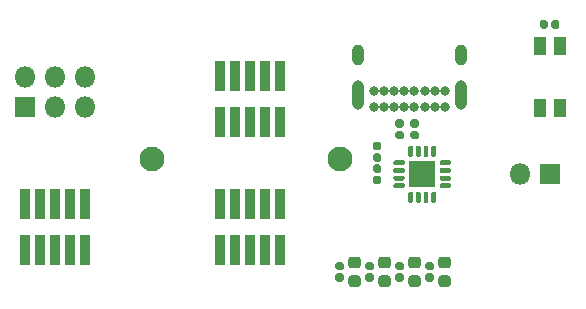
<source format=gbr>
%TF.GenerationSoftware,KiCad,Pcbnew,5.1.6-c6e7f7d~87~ubuntu18.04.1*%
%TF.CreationDate,2020-10-02T11:44:26-04:00*%
%TF.ProjectId,embedded-debug,656d6265-6464-4656-942d-64656275672e,rev?*%
%TF.SameCoordinates,Original*%
%TF.FileFunction,Soldermask,Top*%
%TF.FilePolarity,Negative*%
%FSLAX46Y46*%
G04 Gerber Fmt 4.6, Leading zero omitted, Abs format (unit mm)*
G04 Created by KiCad (PCBNEW 5.1.6-c6e7f7d~87~ubuntu18.04.1) date 2020-10-02 11:44:26*
%MOMM*%
%LPD*%
G01*
G04 APERTURE LIST*
%ADD10C,2.100000*%
%ADD11O,1.800000X1.800000*%
%ADD12R,1.800000X1.800000*%
%ADD13R,1.100000X1.650000*%
%ADD14R,0.840000X2.500000*%
%ADD15R,2.200000X2.200000*%
%ADD16O,1.000000X1.800000*%
%ADD17O,1.000000X2.500000*%
%ADD18C,0.800000*%
G04 APERTURE END LIST*
D10*
%TO.C,H1*%
X147955000Y-75565000D03*
%TD*%
%TO.C,H2*%
X163830000Y-75565000D03*
%TD*%
D11*
%TO.C,J5*%
X142240000Y-68580000D03*
X142240000Y-71120000D03*
X139700000Y-68580000D03*
X139700000Y-71120000D03*
X137160000Y-68580000D03*
D12*
X137160000Y-71120000D03*
%TD*%
D13*
%TO.C,SW1*%
X182460000Y-71205000D03*
X182460000Y-65955000D03*
X180760000Y-65955000D03*
X180760000Y-71205000D03*
%TD*%
%TO.C,R7*%
G36*
G01*
X166172500Y-85230000D02*
X166567500Y-85230000D01*
G75*
G02*
X166740000Y-85402500I0J-172500D01*
G01*
X166740000Y-85747500D01*
G75*
G02*
X166567500Y-85920000I-172500J0D01*
G01*
X166172500Y-85920000D01*
G75*
G02*
X166000000Y-85747500I0J172500D01*
G01*
X166000000Y-85402500D01*
G75*
G02*
X166172500Y-85230000I172500J0D01*
G01*
G37*
G36*
G01*
X166172500Y-84260000D02*
X166567500Y-84260000D01*
G75*
G02*
X166740000Y-84432500I0J-172500D01*
G01*
X166740000Y-84777500D01*
G75*
G02*
X166567500Y-84950000I-172500J0D01*
G01*
X166172500Y-84950000D01*
G75*
G02*
X166000000Y-84777500I0J172500D01*
G01*
X166000000Y-84432500D01*
G75*
G02*
X166172500Y-84260000I172500J0D01*
G01*
G37*
%TD*%
%TO.C,R6*%
G36*
G01*
X163632500Y-85230000D02*
X164027500Y-85230000D01*
G75*
G02*
X164200000Y-85402500I0J-172500D01*
G01*
X164200000Y-85747500D01*
G75*
G02*
X164027500Y-85920000I-172500J0D01*
G01*
X163632500Y-85920000D01*
G75*
G02*
X163460000Y-85747500I0J172500D01*
G01*
X163460000Y-85402500D01*
G75*
G02*
X163632500Y-85230000I172500J0D01*
G01*
G37*
G36*
G01*
X163632500Y-84260000D02*
X164027500Y-84260000D01*
G75*
G02*
X164200000Y-84432500I0J-172500D01*
G01*
X164200000Y-84777500D01*
G75*
G02*
X164027500Y-84950000I-172500J0D01*
G01*
X163632500Y-84950000D01*
G75*
G02*
X163460000Y-84777500I0J172500D01*
G01*
X163460000Y-84432500D01*
G75*
G02*
X163632500Y-84260000I172500J0D01*
G01*
G37*
%TD*%
D14*
%TO.C,J6*%
X142240000Y-79330000D03*
X142240000Y-83230000D03*
X140970000Y-79330000D03*
X140970000Y-83230000D03*
X139700000Y-79330000D03*
X139700000Y-83230000D03*
X138430000Y-79330000D03*
X138430000Y-83230000D03*
X137160000Y-79330000D03*
X137160000Y-83230000D03*
%TD*%
%TO.C,D4*%
G36*
G01*
X167921250Y-84790000D02*
X167358750Y-84790000D01*
G75*
G02*
X167115000Y-84546250I0J243750D01*
G01*
X167115000Y-84058750D01*
G75*
G02*
X167358750Y-83815000I243750J0D01*
G01*
X167921250Y-83815000D01*
G75*
G02*
X168165000Y-84058750I0J-243750D01*
G01*
X168165000Y-84546250D01*
G75*
G02*
X167921250Y-84790000I-243750J0D01*
G01*
G37*
G36*
G01*
X167921250Y-86365000D02*
X167358750Y-86365000D01*
G75*
G02*
X167115000Y-86121250I0J243750D01*
G01*
X167115000Y-85633750D01*
G75*
G02*
X167358750Y-85390000I243750J0D01*
G01*
X167921250Y-85390000D01*
G75*
G02*
X168165000Y-85633750I0J-243750D01*
G01*
X168165000Y-86121250D01*
G75*
G02*
X167921250Y-86365000I-243750J0D01*
G01*
G37*
%TD*%
%TO.C,D3*%
G36*
G01*
X165381250Y-84790000D02*
X164818750Y-84790000D01*
G75*
G02*
X164575000Y-84546250I0J243750D01*
G01*
X164575000Y-84058750D01*
G75*
G02*
X164818750Y-83815000I243750J0D01*
G01*
X165381250Y-83815000D01*
G75*
G02*
X165625000Y-84058750I0J-243750D01*
G01*
X165625000Y-84546250D01*
G75*
G02*
X165381250Y-84790000I-243750J0D01*
G01*
G37*
G36*
G01*
X165381250Y-86365000D02*
X164818750Y-86365000D01*
G75*
G02*
X164575000Y-86121250I0J243750D01*
G01*
X164575000Y-85633750D01*
G75*
G02*
X164818750Y-85390000I243750J0D01*
G01*
X165381250Y-85390000D01*
G75*
G02*
X165625000Y-85633750I0J-243750D01*
G01*
X165625000Y-86121250D01*
G75*
G02*
X165381250Y-86365000I-243750J0D01*
G01*
G37*
%TD*%
D15*
%TO.C,U1*%
X170815000Y-76835000D03*
G36*
G01*
X171990000Y-78410000D02*
X171990000Y-79160000D01*
G75*
G02*
X171890000Y-79260000I-100000J0D01*
G01*
X171690000Y-79260000D01*
G75*
G02*
X171590000Y-79160000I0J100000D01*
G01*
X171590000Y-78410000D01*
G75*
G02*
X171690000Y-78310000I100000J0D01*
G01*
X171890000Y-78310000D01*
G75*
G02*
X171990000Y-78410000I0J-100000D01*
G01*
G37*
G36*
G01*
X171340000Y-78410000D02*
X171340000Y-79160000D01*
G75*
G02*
X171240000Y-79260000I-100000J0D01*
G01*
X171040000Y-79260000D01*
G75*
G02*
X170940000Y-79160000I0J100000D01*
G01*
X170940000Y-78410000D01*
G75*
G02*
X171040000Y-78310000I100000J0D01*
G01*
X171240000Y-78310000D01*
G75*
G02*
X171340000Y-78410000I0J-100000D01*
G01*
G37*
G36*
G01*
X170690000Y-78410000D02*
X170690000Y-79160000D01*
G75*
G02*
X170590000Y-79260000I-100000J0D01*
G01*
X170390000Y-79260000D01*
G75*
G02*
X170290000Y-79160000I0J100000D01*
G01*
X170290000Y-78410000D01*
G75*
G02*
X170390000Y-78310000I100000J0D01*
G01*
X170590000Y-78310000D01*
G75*
G02*
X170690000Y-78410000I0J-100000D01*
G01*
G37*
G36*
G01*
X170040000Y-78410000D02*
X170040000Y-79160000D01*
G75*
G02*
X169940000Y-79260000I-100000J0D01*
G01*
X169740000Y-79260000D01*
G75*
G02*
X169640000Y-79160000I0J100000D01*
G01*
X169640000Y-78410000D01*
G75*
G02*
X169740000Y-78310000I100000J0D01*
G01*
X169940000Y-78310000D01*
G75*
G02*
X170040000Y-78410000I0J-100000D01*
G01*
G37*
G36*
G01*
X169340000Y-77710000D02*
X169340000Y-77910000D01*
G75*
G02*
X169240000Y-78010000I-100000J0D01*
G01*
X168490000Y-78010000D01*
G75*
G02*
X168390000Y-77910000I0J100000D01*
G01*
X168390000Y-77710000D01*
G75*
G02*
X168490000Y-77610000I100000J0D01*
G01*
X169240000Y-77610000D01*
G75*
G02*
X169340000Y-77710000I0J-100000D01*
G01*
G37*
G36*
G01*
X169340000Y-77060000D02*
X169340000Y-77260000D01*
G75*
G02*
X169240000Y-77360000I-100000J0D01*
G01*
X168490000Y-77360000D01*
G75*
G02*
X168390000Y-77260000I0J100000D01*
G01*
X168390000Y-77060000D01*
G75*
G02*
X168490000Y-76960000I100000J0D01*
G01*
X169240000Y-76960000D01*
G75*
G02*
X169340000Y-77060000I0J-100000D01*
G01*
G37*
G36*
G01*
X169340000Y-76410000D02*
X169340000Y-76610000D01*
G75*
G02*
X169240000Y-76710000I-100000J0D01*
G01*
X168490000Y-76710000D01*
G75*
G02*
X168390000Y-76610000I0J100000D01*
G01*
X168390000Y-76410000D01*
G75*
G02*
X168490000Y-76310000I100000J0D01*
G01*
X169240000Y-76310000D01*
G75*
G02*
X169340000Y-76410000I0J-100000D01*
G01*
G37*
G36*
G01*
X169340000Y-75760000D02*
X169340000Y-75960000D01*
G75*
G02*
X169240000Y-76060000I-100000J0D01*
G01*
X168490000Y-76060000D01*
G75*
G02*
X168390000Y-75960000I0J100000D01*
G01*
X168390000Y-75760000D01*
G75*
G02*
X168490000Y-75660000I100000J0D01*
G01*
X169240000Y-75660000D01*
G75*
G02*
X169340000Y-75760000I0J-100000D01*
G01*
G37*
G36*
G01*
X170040000Y-74510000D02*
X170040000Y-75260000D01*
G75*
G02*
X169940000Y-75360000I-100000J0D01*
G01*
X169740000Y-75360000D01*
G75*
G02*
X169640000Y-75260000I0J100000D01*
G01*
X169640000Y-74510000D01*
G75*
G02*
X169740000Y-74410000I100000J0D01*
G01*
X169940000Y-74410000D01*
G75*
G02*
X170040000Y-74510000I0J-100000D01*
G01*
G37*
G36*
G01*
X170690000Y-74510000D02*
X170690000Y-75260000D01*
G75*
G02*
X170590000Y-75360000I-100000J0D01*
G01*
X170390000Y-75360000D01*
G75*
G02*
X170290000Y-75260000I0J100000D01*
G01*
X170290000Y-74510000D01*
G75*
G02*
X170390000Y-74410000I100000J0D01*
G01*
X170590000Y-74410000D01*
G75*
G02*
X170690000Y-74510000I0J-100000D01*
G01*
G37*
G36*
G01*
X171340000Y-74510000D02*
X171340000Y-75260000D01*
G75*
G02*
X171240000Y-75360000I-100000J0D01*
G01*
X171040000Y-75360000D01*
G75*
G02*
X170940000Y-75260000I0J100000D01*
G01*
X170940000Y-74510000D01*
G75*
G02*
X171040000Y-74410000I100000J0D01*
G01*
X171240000Y-74410000D01*
G75*
G02*
X171340000Y-74510000I0J-100000D01*
G01*
G37*
G36*
G01*
X171990000Y-74510000D02*
X171990000Y-75260000D01*
G75*
G02*
X171890000Y-75360000I-100000J0D01*
G01*
X171690000Y-75360000D01*
G75*
G02*
X171590000Y-75260000I0J100000D01*
G01*
X171590000Y-74510000D01*
G75*
G02*
X171690000Y-74410000I100000J0D01*
G01*
X171890000Y-74410000D01*
G75*
G02*
X171990000Y-74510000I0J-100000D01*
G01*
G37*
G36*
G01*
X173240000Y-75760000D02*
X173240000Y-75960000D01*
G75*
G02*
X173140000Y-76060000I-100000J0D01*
G01*
X172390000Y-76060000D01*
G75*
G02*
X172290000Y-75960000I0J100000D01*
G01*
X172290000Y-75760000D01*
G75*
G02*
X172390000Y-75660000I100000J0D01*
G01*
X173140000Y-75660000D01*
G75*
G02*
X173240000Y-75760000I0J-100000D01*
G01*
G37*
G36*
G01*
X173240000Y-76410000D02*
X173240000Y-76610000D01*
G75*
G02*
X173140000Y-76710000I-100000J0D01*
G01*
X172390000Y-76710000D01*
G75*
G02*
X172290000Y-76610000I0J100000D01*
G01*
X172290000Y-76410000D01*
G75*
G02*
X172390000Y-76310000I100000J0D01*
G01*
X173140000Y-76310000D01*
G75*
G02*
X173240000Y-76410000I0J-100000D01*
G01*
G37*
G36*
G01*
X173240000Y-77060000D02*
X173240000Y-77260000D01*
G75*
G02*
X173140000Y-77360000I-100000J0D01*
G01*
X172390000Y-77360000D01*
G75*
G02*
X172290000Y-77260000I0J100000D01*
G01*
X172290000Y-77060000D01*
G75*
G02*
X172390000Y-76960000I100000J0D01*
G01*
X173140000Y-76960000D01*
G75*
G02*
X173240000Y-77060000I0J-100000D01*
G01*
G37*
G36*
G01*
X173240000Y-77710000D02*
X173240000Y-77910000D01*
G75*
G02*
X173140000Y-78010000I-100000J0D01*
G01*
X172390000Y-78010000D01*
G75*
G02*
X172290000Y-77910000I0J100000D01*
G01*
X172290000Y-77710000D01*
G75*
G02*
X172390000Y-77610000I100000J0D01*
G01*
X173140000Y-77610000D01*
G75*
G02*
X173240000Y-77710000I0J-100000D01*
G01*
G37*
%TD*%
%TO.C,R5*%
G36*
G01*
X168712500Y-85230000D02*
X169107500Y-85230000D01*
G75*
G02*
X169280000Y-85402500I0J-172500D01*
G01*
X169280000Y-85747500D01*
G75*
G02*
X169107500Y-85920000I-172500J0D01*
G01*
X168712500Y-85920000D01*
G75*
G02*
X168540000Y-85747500I0J172500D01*
G01*
X168540000Y-85402500D01*
G75*
G02*
X168712500Y-85230000I172500J0D01*
G01*
G37*
G36*
G01*
X168712500Y-84260000D02*
X169107500Y-84260000D01*
G75*
G02*
X169280000Y-84432500I0J-172500D01*
G01*
X169280000Y-84777500D01*
G75*
G02*
X169107500Y-84950000I-172500J0D01*
G01*
X168712500Y-84950000D01*
G75*
G02*
X168540000Y-84777500I0J172500D01*
G01*
X168540000Y-84432500D01*
G75*
G02*
X168712500Y-84260000I172500J0D01*
G01*
G37*
%TD*%
%TO.C,R4*%
G36*
G01*
X171252500Y-85230000D02*
X171647500Y-85230000D01*
G75*
G02*
X171820000Y-85402500I0J-172500D01*
G01*
X171820000Y-85747500D01*
G75*
G02*
X171647500Y-85920000I-172500J0D01*
G01*
X171252500Y-85920000D01*
G75*
G02*
X171080000Y-85747500I0J172500D01*
G01*
X171080000Y-85402500D01*
G75*
G02*
X171252500Y-85230000I172500J0D01*
G01*
G37*
G36*
G01*
X171252500Y-84260000D02*
X171647500Y-84260000D01*
G75*
G02*
X171820000Y-84432500I0J-172500D01*
G01*
X171820000Y-84777500D01*
G75*
G02*
X171647500Y-84950000I-172500J0D01*
G01*
X171252500Y-84950000D01*
G75*
G02*
X171080000Y-84777500I0J172500D01*
G01*
X171080000Y-84432500D01*
G75*
G02*
X171252500Y-84260000I172500J0D01*
G01*
G37*
%TD*%
%TO.C,R3*%
G36*
G01*
X181750000Y-64332500D02*
X181750000Y-63937500D01*
G75*
G02*
X181922500Y-63765000I172500J0D01*
G01*
X182267500Y-63765000D01*
G75*
G02*
X182440000Y-63937500I0J-172500D01*
G01*
X182440000Y-64332500D01*
G75*
G02*
X182267500Y-64505000I-172500J0D01*
G01*
X181922500Y-64505000D01*
G75*
G02*
X181750000Y-64332500I0J172500D01*
G01*
G37*
G36*
G01*
X180780000Y-64332500D02*
X180780000Y-63937500D01*
G75*
G02*
X180952500Y-63765000I172500J0D01*
G01*
X181297500Y-63765000D01*
G75*
G02*
X181470000Y-63937500I0J-172500D01*
G01*
X181470000Y-64332500D01*
G75*
G02*
X181297500Y-64505000I-172500J0D01*
G01*
X180952500Y-64505000D01*
G75*
G02*
X180780000Y-64332500I0J172500D01*
G01*
G37*
%TD*%
%TO.C,R2*%
G36*
G01*
X169982500Y-73165000D02*
X170377500Y-73165000D01*
G75*
G02*
X170550000Y-73337500I0J-172500D01*
G01*
X170550000Y-73682500D01*
G75*
G02*
X170377500Y-73855000I-172500J0D01*
G01*
X169982500Y-73855000D01*
G75*
G02*
X169810000Y-73682500I0J172500D01*
G01*
X169810000Y-73337500D01*
G75*
G02*
X169982500Y-73165000I172500J0D01*
G01*
G37*
G36*
G01*
X169982500Y-72195000D02*
X170377500Y-72195000D01*
G75*
G02*
X170550000Y-72367500I0J-172500D01*
G01*
X170550000Y-72712500D01*
G75*
G02*
X170377500Y-72885000I-172500J0D01*
G01*
X169982500Y-72885000D01*
G75*
G02*
X169810000Y-72712500I0J172500D01*
G01*
X169810000Y-72367500D01*
G75*
G02*
X169982500Y-72195000I172500J0D01*
G01*
G37*
%TD*%
%TO.C,R1*%
G36*
G01*
X168712500Y-73165000D02*
X169107500Y-73165000D01*
G75*
G02*
X169280000Y-73337500I0J-172500D01*
G01*
X169280000Y-73682500D01*
G75*
G02*
X169107500Y-73855000I-172500J0D01*
G01*
X168712500Y-73855000D01*
G75*
G02*
X168540000Y-73682500I0J172500D01*
G01*
X168540000Y-73337500D01*
G75*
G02*
X168712500Y-73165000I172500J0D01*
G01*
G37*
G36*
G01*
X168712500Y-72195000D02*
X169107500Y-72195000D01*
G75*
G02*
X169280000Y-72367500I0J-172500D01*
G01*
X169280000Y-72712500D01*
G75*
G02*
X169107500Y-72885000I-172500J0D01*
G01*
X168712500Y-72885000D01*
G75*
G02*
X168540000Y-72712500I0J172500D01*
G01*
X168540000Y-72367500D01*
G75*
G02*
X168712500Y-72195000I172500J0D01*
G01*
G37*
%TD*%
D16*
%TO.C,J4*%
X165420000Y-66760000D03*
X174070000Y-66760000D03*
D17*
X165420000Y-70140000D03*
X174070000Y-70140000D03*
D18*
X169320000Y-69770000D03*
X166770000Y-69770000D03*
X167620000Y-69770000D03*
X168470000Y-69770000D03*
X172720000Y-69770000D03*
X171020000Y-69770000D03*
X170170000Y-69770000D03*
X171870000Y-69770000D03*
X166770000Y-71120000D03*
X167620000Y-71120000D03*
X168470000Y-71120000D03*
X169320000Y-71120000D03*
X170170000Y-71120000D03*
X171020000Y-71120000D03*
X171870000Y-71120000D03*
X172720000Y-71120000D03*
%TD*%
D11*
%TO.C,J3*%
X179070000Y-76835000D03*
D12*
X181610000Y-76835000D03*
%TD*%
D14*
%TO.C,J2*%
X158750000Y-79330000D03*
X158750000Y-83230000D03*
X157480000Y-79330000D03*
X157480000Y-83230000D03*
X156210000Y-79330000D03*
X156210000Y-83230000D03*
X154940000Y-79330000D03*
X154940000Y-83230000D03*
X153670000Y-79330000D03*
X153670000Y-83230000D03*
%TD*%
%TO.C,J1*%
X158750000Y-68535000D03*
X158750000Y-72435000D03*
X157480000Y-68535000D03*
X157480000Y-72435000D03*
X156210000Y-68535000D03*
X156210000Y-72435000D03*
X154940000Y-68535000D03*
X154940000Y-72435000D03*
X153670000Y-68535000D03*
X153670000Y-72435000D03*
%TD*%
%TO.C,D2*%
G36*
G01*
X170461250Y-84790000D02*
X169898750Y-84790000D01*
G75*
G02*
X169655000Y-84546250I0J243750D01*
G01*
X169655000Y-84058750D01*
G75*
G02*
X169898750Y-83815000I243750J0D01*
G01*
X170461250Y-83815000D01*
G75*
G02*
X170705000Y-84058750I0J-243750D01*
G01*
X170705000Y-84546250D01*
G75*
G02*
X170461250Y-84790000I-243750J0D01*
G01*
G37*
G36*
G01*
X170461250Y-86365000D02*
X169898750Y-86365000D01*
G75*
G02*
X169655000Y-86121250I0J243750D01*
G01*
X169655000Y-85633750D01*
G75*
G02*
X169898750Y-85390000I243750J0D01*
G01*
X170461250Y-85390000D01*
G75*
G02*
X170705000Y-85633750I0J-243750D01*
G01*
X170705000Y-86121250D01*
G75*
G02*
X170461250Y-86365000I-243750J0D01*
G01*
G37*
%TD*%
%TO.C,D1*%
G36*
G01*
X173001250Y-84790000D02*
X172438750Y-84790000D01*
G75*
G02*
X172195000Y-84546250I0J243750D01*
G01*
X172195000Y-84058750D01*
G75*
G02*
X172438750Y-83815000I243750J0D01*
G01*
X173001250Y-83815000D01*
G75*
G02*
X173245000Y-84058750I0J-243750D01*
G01*
X173245000Y-84546250D01*
G75*
G02*
X173001250Y-84790000I-243750J0D01*
G01*
G37*
G36*
G01*
X173001250Y-86365000D02*
X172438750Y-86365000D01*
G75*
G02*
X172195000Y-86121250I0J243750D01*
G01*
X172195000Y-85633750D01*
G75*
G02*
X172438750Y-85390000I243750J0D01*
G01*
X173001250Y-85390000D01*
G75*
G02*
X173245000Y-85633750I0J-243750D01*
G01*
X173245000Y-86121250D01*
G75*
G02*
X173001250Y-86365000I-243750J0D01*
G01*
G37*
%TD*%
%TO.C,C2*%
G36*
G01*
X167202500Y-74790000D02*
X166807500Y-74790000D01*
G75*
G02*
X166635000Y-74617500I0J172500D01*
G01*
X166635000Y-74272500D01*
G75*
G02*
X166807500Y-74100000I172500J0D01*
G01*
X167202500Y-74100000D01*
G75*
G02*
X167375000Y-74272500I0J-172500D01*
G01*
X167375000Y-74617500D01*
G75*
G02*
X167202500Y-74790000I-172500J0D01*
G01*
G37*
G36*
G01*
X167202500Y-75760000D02*
X166807500Y-75760000D01*
G75*
G02*
X166635000Y-75587500I0J172500D01*
G01*
X166635000Y-75242500D01*
G75*
G02*
X166807500Y-75070000I172500J0D01*
G01*
X167202500Y-75070000D01*
G75*
G02*
X167375000Y-75242500I0J-172500D01*
G01*
X167375000Y-75587500D01*
G75*
G02*
X167202500Y-75760000I-172500J0D01*
G01*
G37*
%TD*%
%TO.C,C1*%
G36*
G01*
X166807500Y-76975000D02*
X167202500Y-76975000D01*
G75*
G02*
X167375000Y-77147500I0J-172500D01*
G01*
X167375000Y-77492500D01*
G75*
G02*
X167202500Y-77665000I-172500J0D01*
G01*
X166807500Y-77665000D01*
G75*
G02*
X166635000Y-77492500I0J172500D01*
G01*
X166635000Y-77147500D01*
G75*
G02*
X166807500Y-76975000I172500J0D01*
G01*
G37*
G36*
G01*
X166807500Y-76005000D02*
X167202500Y-76005000D01*
G75*
G02*
X167375000Y-76177500I0J-172500D01*
G01*
X167375000Y-76522500D01*
G75*
G02*
X167202500Y-76695000I-172500J0D01*
G01*
X166807500Y-76695000D01*
G75*
G02*
X166635000Y-76522500I0J172500D01*
G01*
X166635000Y-76177500D01*
G75*
G02*
X166807500Y-76005000I172500J0D01*
G01*
G37*
%TD*%
M02*

</source>
